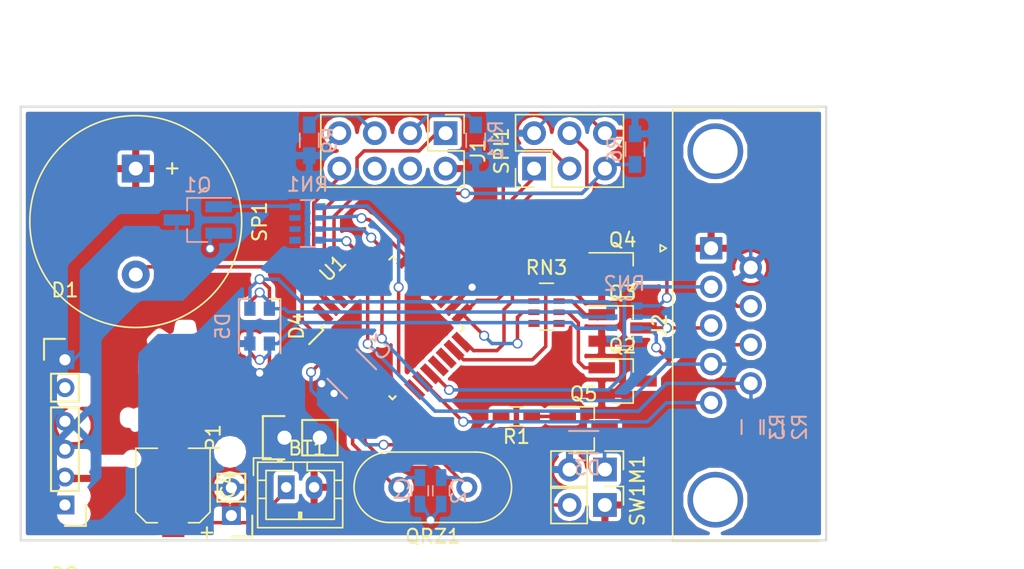
<source format=kicad_pcb>
(kicad_pcb (version 4) (host pcbnew 4.0.5+dfsg1-4)
  (layers (0 F.Cu signal) (31 B.Cu signal) (36 B.SilkS user hide) (37 F.SilkS user hide) (38 B.Mask user) (39 F.Mask user) (44 Edge.Cuts user))
  (net 0 "")
  (net 1 "Net-(C1-Pad1)")
  (net 2 GND)
  (net 3 "Net-(C2-Pad2)")
  (net 4 +3V3)
  (net 5 /IR_LED)
  (net 6 /SDA)
  (net 7 /SCL)
  (net 8 /IR_IN)
  (net 9 "Net-(D1-Pad1)")
  (net 10 "Net-(D2-Pad1)")
  (net 11 "Net-(D2-Pad3)")
  (net 12 "Net-(D2-Pad4)")
  (net 13 /RESET)
  (net 14 /BZR)
  (net 15 /TRG)
  (net 16 /VBR)
  (net 17 /MOSI)
  (net 18 /MISO)
  (net 19 /SCK)
  (net 20 "Net-(J1-Pad3)")
  (net 21 "Net-(J1-Pad5)")
  (net 22 "Net-(J1-Pad6)")
  (net 23 /E>A)
  (net 24 "Net-(J1-Pad4)")
  (net 25 /A>E)
  (net 26 /R_MZL)
  (net 27 /G_MZL)
  (net 28 /B_MZL)
  (net 29 "Net-(U1-Pad13)")
  (net 30 "Net-(U1-Pad14)")
  (net 31 "Net-(U1-Pad19)")
  (net 32 "Net-(U1-Pad22)")
  (net 33 "Net-(U1-Pad23)")
  (net 34 "Net-(U1-Pad32)")
  (net 35 "Net-(U1-Pad20)")
  (net 36 "Net-(D4-Pad1)")
  (net 37 "Net-(D4-Pad3)")
  (net 38 "Net-(D4-Pad2)")
  (net 39 "Net-(Q1-Pad1)")
  (net 40 "Net-(Q2-Pad1)")
  (net 41 /B_PWR)
  (net 42 "Net-(Q3-Pad1)")
  (net 43 /G_PWR)
  (net 44 "Net-(Q4-Pad1)")
  (net 45 /R_PWR)
  (net 46 "Net-(RN2-Pad4)")
  (net 47 "Net-(RN2-Pad5)")
  (net 48 "Net-(RN3-Pad4)")
  (net 49 "Net-(RN3-Pad5)")
  (net 50 "Net-(BT1-Pad1)")
  (net 51 "Net-(Q5-Pad1)")
  (net 52 /V_VBR)
  (net 53 "Net-(D3-Pad2)")
  (module Connectors_JST:JST_PH_B2B-PH-K_02x2.00mm_Straight (layer F.Cu) (at 132.715 104.775)
    (fp_text reference BT1 (at 1.5 -2.8) (layer F.SilkS))
    (fp_text value Battery)
    (pad 1 thru_hole rect (at 0 0) (size 1.2 1.7) (drill 0.75) (layers *.Cu *.Mask) (net 50 "Net-(BT1-Pad1)"))
    (pad 2 thru_hole oval (at 2 0) (size 1.2 1.7) (drill 0.75) (layers *.Cu *.Mask) (net 2 GND))
  )
  (module Housings_QFP:TQFP-32_7x7mm_Pitch0.8mm (layer F.Cu) (at 140.335 93.345 45)
    (fp_text reference U1 (at 0 -6.05 45) (layer F.SilkS))
    (fp_text value ATMEGA168PA-AU)
    (pad 1 smd rect (at -4.25 -2.8 45) (size 1.6 0.55) (layers F.Cu F.Mask) (net 14 /BZR))
    (pad 2 smd rect (at -4.25 -2 45) (size 1.6 0.55) (layers F.Cu F.Mask) (net 15 /TRG))
    (pad 3 smd rect (at -4.25 -1.2 45) (size 1.6 0.55) (layers F.Cu F.Mask) (net 2 GND))
    (pad 4 smd rect (at -4.25 -0.4 45) (size 1.6 0.55) (layers F.Cu F.Mask) (net 4 +3V3))
    (pad 5 smd rect (at -4.25 0.4 45) (size 1.6 0.55) (layers F.Cu F.Mask) (net 2 GND))
    (pad 6 smd rect (at -4.25 1.2 45) (size 1.6 0.55) (layers F.Cu F.Mask) (net 4 +3V3))
    (pad 7 smd rect (at -4.25 2 45) (size 1.6 0.55) (layers F.Cu F.Mask) (net 1 "Net-(C1-Pad1)"))
    (pad 8 smd rect (at -4.25 2.8 45) (size 1.6 0.55) (layers F.Cu F.Mask) (net 3 "Net-(C2-Pad2)"))
    (pad 9 smd rect (at -2.8 4.25 135) (size 1.6 0.55) (layers F.Cu F.Mask) (net 16 /VBR))
    (pad 10 smd rect (at -2 4.25 135) (size 1.6 0.55) (layers F.Cu F.Mask) (net 5 /IR_LED))
    (pad 11 smd rect (at -1.2 4.25 135) (size 1.6 0.55) (layers F.Cu F.Mask) (net 52 /V_VBR))
    (pad 12 smd rect (at -0.4 4.25 135) (size 1.6 0.55) (layers F.Cu F.Mask) (net 8 /IR_IN))
    (pad 13 smd rect (at 0.4 4.25 135) (size 1.6 0.55) (layers F.Cu F.Mask) (net 29 "Net-(U1-Pad13)"))
    (pad 14 smd rect (at 1.2 4.25 135) (size 1.6 0.55) (layers F.Cu F.Mask) (net 30 "Net-(U1-Pad14)"))
    (pad 15 smd rect (at 2 4.25 135) (size 1.6 0.55) (layers F.Cu F.Mask) (net 17 /MOSI))
    (pad 16 smd rect (at 2.8 4.25 135) (size 1.6 0.55) (layers F.Cu F.Mask) (net 18 /MISO))
    (pad 17 smd rect (at 4.25 2.8 45) (size 1.6 0.55) (layers F.Cu F.Mask) (net 19 /SCK))
    (pad 18 smd rect (at 4.25 2 45) (size 1.6 0.55) (layers F.Cu F.Mask) (net 4 +3V3))
    (pad 19 smd rect (at 4.25 1.2 45) (size 1.6 0.55) (layers F.Cu F.Mask) (net 31 "Net-(U1-Pad19)"))
    (pad 20 smd rect (at 4.25 0.4 45) (size 1.6 0.55) (layers F.Cu F.Mask) (net 35 "Net-(U1-Pad20)"))
    (pad 21 smd rect (at 4.25 -0.4 45) (size 1.6 0.55) (layers F.Cu F.Mask) (net 2 GND))
    (pad 22 smd rect (at 4.25 -1.2 45) (size 1.6 0.55) (layers F.Cu F.Mask) (net 32 "Net-(U1-Pad22)"))
    (pad 23 smd rect (at 4.25 -2 45) (size 1.6 0.55) (layers F.Cu F.Mask) (net 33 "Net-(U1-Pad23)"))
    (pad 24 smd rect (at 4.25 -2.8 45) (size 1.6 0.55) (layers F.Cu F.Mask) (net 26 /R_MZL))
    (pad 25 smd rect (at 2.8 -4.25 135) (size 1.6 0.55) (layers F.Cu F.Mask) (net 27 /G_MZL))
    (pad 26 smd rect (at 2 -4.25 135) (size 1.6 0.55) (layers F.Cu F.Mask) (net 28 /B_MZL))
    (pad 27 smd rect (at 1.2 -4.25 135) (size 1.6 0.55) (layers F.Cu F.Mask) (net 6 /SDA))
    (pad 28 smd rect (at 0.4 -4.25 135) (size 1.6 0.55) (layers F.Cu F.Mask) (net 7 /SCL))
    (pad 29 smd rect (at -0.4 -4.25 135) (size 1.6 0.55) (layers F.Cu F.Mask) (net 13 /RESET))
    (pad 30 smd rect (at -1.2 -4.25 135) (size 1.6 0.55) (layers F.Cu F.Mask) (net 23 /E>A))
    (pad 31 smd rect (at -2 -4.25 135) (size 1.6 0.55) (layers F.Cu F.Mask) (net 25 /A>E))
    (pad 32 smd rect (at -2.8 -4.25 135) (size 1.6 0.55) (layers F.Cu F.Mask) (net 34 "Net-(U1-Pad32)"))
  )
  (module Capacitors_SMD:C_0603_HandSoldering (layer B.Cu) (at 142.3035 105.029 270)
    (fp_text reference C1 (at 0 1.25 270) (layer B.SilkS) (effects (justify mirror)))
    (fp_text value 22pF)
    (pad 1 smd rect (at -0.95 0 270) (size 1.2 0.75) (layers B.Cu B.Mask) (net 1 "Net-(C1-Pad1)"))
    (pad 2 smd rect (at 0.95 0 270) (size 1.2 0.75) (layers B.Cu B.Mask) (net 2 GND))
  )
  (module Capacitors_SMD:C_0603_HandSoldering (layer B.Cu) (at 143.8275 105.029 90)
    (fp_text reference C2 (at 0 1.25 90) (layer B.SilkS) (effects (justify mirror)))
    (fp_text value 22pF)
    (pad 1 smd rect (at -0.95 0 90) (size 1.2 0.75) (layers B.Cu B.Mask) (net 2 GND))
    (pad 2 smd rect (at 0.95 0 90) (size 1.2 0.75) (layers B.Cu B.Mask) (net 3 "Net-(C2-Pad2)"))
  )
  (module LEDs:LED_Cree-PLCC4_3.2x2.8mm_CCW (layer F.Cu) (at 130.81 93.218 270)
    (fp_text reference D4 (at 0 -2.65 270) (layer F.SilkS))
    (fp_text value LED_RGBA)
    (pad 1 smd rect (at -1.25 -0.7 270) (size 1 0.8) (layers F.Cu F.Mask) (net 36 "Net-(D4-Pad1)"))
    (pad 4 smd rect (at 1.25 -0.7 270) (size 1 0.8) (layers F.Cu F.Mask) (net 4 +3V3))
    (pad 3 smd rect (at 1.25 0.7 270) (size 1 0.8) (layers F.Cu F.Mask) (net 37 "Net-(D4-Pad3)"))
    (pad 2 smd rect (at -1.25 0.7 270) (size 1 0.8) (layers F.Cu F.Mask) (net 38 "Net-(D4-Pad2)"))
  )
  (module LEDs:LED_Cree-PLCC4_3.2x2.8mm_CCW (layer B.Cu) (at 130.81 93.218 270)
    (fp_text reference D5 (at 0 2.65 270) (layer B.SilkS) (effects (justify mirror)))
    (fp_text value LED_RGBA)
    (pad 1 smd rect (at -1.25 0.7 270) (size 1 0.8) (layers B.Cu B.Mask) (net 36 "Net-(D4-Pad1)"))
    (pad 4 smd rect (at 1.25 0.7 270) (size 1 0.8) (layers B.Cu B.Mask) (net 4 +3V3))
    (pad 3 smd rect (at 1.25 -0.7 270) (size 1 0.8) (layers B.Cu B.Mask) (net 37 "Net-(D4-Pad3)"))
    (pad 2 smd rect (at -1.25 -0.7 270) (size 1 0.8) (layers B.Cu B.Mask) (net 38 "Net-(D4-Pad2)"))
  )
  (module Pin_Headers:Pin_Header_Straight_2x04_Pitch2.54mm (layer F.Cu) (at 144.145 79.375 270)
    (fp_text reference J1 (at 1.27 -2.33 270) (layer F.SilkS))
    (fp_text value CONN_02X04)
    (pad 1 thru_hole rect (at 0 0 270) (size 1.7 1.7) (drill 1) (layers *.Cu *.Mask) (net 23 /E>A))
    (pad 2 thru_hole oval (at 2.54 0 270) (size 1.7 1.7) (drill 1) (layers *.Cu *.Mask) (net 2 GND))
    (pad 3 thru_hole oval (at 0 2.54 270) (size 1.7 1.7) (drill 1) (layers *.Cu *.Mask) (net 20 "Net-(J1-Pad3)"))
    (pad 4 thru_hole oval (at 2.54 2.54 270) (size 1.7 1.7) (drill 1) (layers *.Cu *.Mask) (net 24 "Net-(J1-Pad4)"))
    (pad 5 thru_hole oval (at 0 5.08 270) (size 1.7 1.7) (drill 1) (layers *.Cu *.Mask) (net 21 "Net-(J1-Pad5)"))
    (pad 6 thru_hole oval (at 2.54 5.08 270) (size 1.7 1.7) (drill 1) (layers *.Cu *.Mask) (net 22 "Net-(J1-Pad6)"))
    (pad 7 thru_hole oval (at 0 7.62 270) (size 1.7 1.7) (drill 1) (layers *.Cu *.Mask) (net 4 +3V3))
    (pad 8 thru_hole oval (at 2.54 7.62 270) (size 1.7 1.7) (drill 1) (layers *.Cu *.Mask) (net 25 /A>E))
  )
  (module Connectors_DSub:DSUB-9_Female_Horizontal_Pitch2.77x2.84mm_EdgePinOffset4.94mm_Housed_MountingHolesOffset7.48mm (layer F.Cu) (at 163.195 87.63 90)
    (fp_text reference J2 (at -5.54 -3.7 90) (layer F.SilkS))
    (fp_text value DB9_Female)
    (pad 1 thru_hole rect (at 0 0 90) (size 1.6 1.6) (drill 1) (layers *.Cu *.Mask) (net 2 GND))
    (pad 2 thru_hole circle (at -2.77 0 90) (size 1.6 1.6) (drill 1) (layers *.Cu *.Mask) (net 8 /IR_IN))
    (pad 3 thru_hole circle (at -5.54 0 90) (size 1.6 1.6) (drill 1) (layers *.Cu *.Mask) (net 43 /G_PWR))
    (pad 4 thru_hole circle (at -8.31 0 90) (size 1.6 1.6) (drill 1) (layers *.Cu *.Mask) (net 6 /SDA))
    (pad 5 thru_hole circle (at -11.08 0 90) (size 1.6 1.6) (drill 1) (layers *.Cu *.Mask) (net 52 /V_VBR))
    (pad 6 thru_hole circle (at -1.385 2.84 90) (size 1.6 1.6) (drill 1) (layers *.Cu *.Mask) (net 4 +3V3))
    (pad 7 thru_hole circle (at -4.155 2.84 90) (size 1.6 1.6) (drill 1) (layers *.Cu *.Mask) (net 45 /R_PWR))
    (pad 8 thru_hole circle (at -6.925 2.84 90) (size 1.6 1.6) (drill 1) (layers *.Cu *.Mask) (net 41 /B_PWR))
    (pad 9 thru_hole circle (at -9.695 2.84 90) (size 1.6 1.6) (drill 1) (layers *.Cu *.Mask) (net 7 /SCL))
    (pad 0 thru_hole circle (at -18.04 0.3 90) (size 4 4) (drill 3.2) (layers *.Cu *.Mask))
    (pad 0 thru_hole circle (at 6.96 0.3 90) (size 4 4) (drill 3.2) (layers *.Cu *.Mask))
  )
  (module TO_SOT_Packages_SMD:SOT-23_Handsoldering (layer B.Cu) (at 126.365 85.598 180)
    (fp_text reference Q1 (at 0 2.5 180) (layer B.SilkS) (effects (justify mirror)))
    (fp_text value "2N 2222A")
    (pad 1 smd rect (at -1.5 0.95 180) (size 1.9 0.8) (layers B.Cu B.Mask) (net 39 "Net-(Q1-Pad1)"))
    (pad 2 smd rect (at -1.5 -0.95 180) (size 1.9 0.8) (layers B.Cu B.Mask) (net 2 GND))
    (pad 3 smd rect (at 1.5 0 180) (size 1.9 0.8) (layers B.Cu B.Mask) (net 9 "Net-(D1-Pad1)"))
  )
  (module TO_SOT_Packages_SMD:SOT-23_Handsoldering (layer F.Cu) (at 156.845 97.155)
    (fp_text reference Q2 (at 0 -2.5) (layer F.SilkS))
    (fp_text value "2N 2222A")
    (pad 1 smd rect (at -1.5 -0.95) (size 1.9 0.8) (layers F.Cu F.Mask) (net 40 "Net-(Q2-Pad1)"))
    (pad 2 smd rect (at -1.5 0.95) (size 1.9 0.8) (layers F.Cu F.Mask) (net 2 GND))
    (pad 3 smd rect (at 1.5 0) (size 1.9 0.8) (layers F.Cu F.Mask) (net 41 /B_PWR))
  )
  (module TO_SOT_Packages_SMD:SOT-23_Handsoldering (layer F.Cu) (at 156.845 93.345)
    (fp_text reference Q3 (at 0 -2.5) (layer F.SilkS))
    (fp_text value "2N 2222A")
    (pad 1 smd rect (at -1.5 -0.95) (size 1.9 0.8) (layers F.Cu F.Mask) (net 42 "Net-(Q3-Pad1)"))
    (pad 2 smd rect (at -1.5 0.95) (size 1.9 0.8) (layers F.Cu F.Mask) (net 2 GND))
    (pad 3 smd rect (at 1.5 0) (size 1.9 0.8) (layers F.Cu F.Mask) (net 43 /G_PWR))
  )
  (module TO_SOT_Packages_SMD:SOT-23_Handsoldering (layer F.Cu) (at 156.845 89.535)
    (fp_text reference Q4 (at 0 -2.5) (layer F.SilkS))
    (fp_text value "2N 2222A")
    (pad 1 smd rect (at -1.5 -0.95) (size 1.9 0.8) (layers F.Cu F.Mask) (net 44 "Net-(Q4-Pad1)"))
    (pad 2 smd rect (at -1.5 0.95) (size 1.9 0.8) (layers F.Cu F.Mask) (net 2 GND))
    (pad 3 smd rect (at 1.5 0) (size 1.9 0.8) (layers F.Cu F.Mask) (net 45 /R_PWR))
  )
  (module Crystals:Crystal_HC49-U_Vertical (layer F.Cu) (at 145.669 104.775 180)
    (fp_text reference QRZ1 (at 2.44 -3.525 180) (layer F.SilkS))
    (fp_text value 4MHz)
    (pad 1 thru_hole circle (at 0 0 180) (size 1.5 1.5) (drill 0.8) (layers *.Cu *.Mask) (net 3 "Net-(C2-Pad2)"))
    (pad 2 thru_hole circle (at 4.88 0 180) (size 1.5 1.5) (drill 0.8) (layers *.Cu *.Mask) (net 1 "Net-(C1-Pad1)"))
  )
  (module Resistors_SMD:R_0603_HandSoldering (layer B.Cu) (at 157.734 80.518 270)
    (fp_text reference R6 (at 0 1.45 270) (layer B.SilkS) (effects (justify mirror)))
    (fp_text value RST)
    (pad 1 smd rect (at -1.1 0 270) (size 1.2 0.9) (layers B.Cu B.Mask) (net 4 +3V3))
    (pad 2 smd rect (at 1.1 0 270) (size 1.2 0.9) (layers B.Cu B.Mask) (net 13 /RESET))
  )
  (module Resistors_SMD:R_0603_HandSoldering (layer B.Cu) (at 134.366 79.883 90)
    (fp_text reference R9 (at 0 1.45 90) (layer B.SilkS) (effects (justify mirror)))
    (fp_text value RST)
    (pad 1 smd rect (at -1.1 0 90) (size 1.2 0.9) (layers B.Cu B.Mask) (net 4 +3V3))
    (pad 2 smd rect (at 1.1 0 90) (size 1.2 0.9) (layers B.Cu B.Mask) (net 21 "Net-(J1-Pad5)"))
  )
  (module Resistors_SMD:R_0603_HandSoldering (layer B.Cu) (at 146.304 79.883 90)
    (fp_text reference R11 (at 0 1.45 90) (layer B.SilkS) (effects (justify mirror)))
    (fp_text value RST)
    (pad 1 smd rect (at -1.1 0 90) (size 1.2 0.9) (layers B.Cu B.Mask) (net 4 +3V3))
    (pad 2 smd rect (at 1.1 0 90) (size 1.2 0.9) (layers B.Cu B.Mask) (net 20 "Net-(J1-Pad3)"))
  )
  (module Pin_Headers:Pin_Header_Straight_2x03_Pitch2.54mm (layer F.Cu) (at 150.495 81.915 90)
    (fp_text reference SPI1 (at 1.27 -2.33 90) (layer F.SilkS))
    (fp_text value CONN_02X03)
    (pad 1 thru_hole rect (at 0 0 90) (size 1.7 1.7) (drill 1) (layers *.Cu *.Mask) (net 18 /MISO))
    (pad 2 thru_hole oval (at 2.54 0 90) (size 1.7 1.7) (drill 1) (layers *.Cu *.Mask) (net 4 +3V3))
    (pad 3 thru_hole oval (at 0 2.54 90) (size 1.7 1.7) (drill 1) (layers *.Cu *.Mask) (net 19 /SCK))
    (pad 4 thru_hole oval (at 2.54 2.54 90) (size 1.7 1.7) (drill 1) (layers *.Cu *.Mask) (net 17 /MOSI))
    (pad 5 thru_hole oval (at 0 5.08 90) (size 1.7 1.7) (drill 1) (layers *.Cu *.Mask) (net 13 /RESET))
    (pad 6 thru_hole oval (at 2.54 5.08 90) (size 1.7 1.7) (drill 1) (layers *.Cu *.Mask) (net 2 GND))
  )
  (module Buzzers_Beepers:Buzzer_15x7.5RM7.6 (layer F.Cu) (at 121.92 81.915 270)
    (fp_text reference SP1 (at 3.81 -8.89 270) (layer F.SilkS))
    (fp_text value SPEAKER)
    (fp_text user + (at -0.01 -2.54 270) (layer F.SilkS))
    (pad 1 thru_hole rect (at 0 0 270) (size 2 2) (drill 1) (layers *.Cu *.Mask) (net 2 GND))
    (pad 2 thru_hole circle (at 7.6 0 270) (size 2 2) (drill 1) (layers *.Cu *.Mask) (net 14 /BZR))
  )
  (module Capacitors_SMD:CP_Elec_5x5.3 (layer F.Cu) (at 124.6124 104.648 90)
    (fp_text reference C4 (at 0 3.92 90) (layer F.SilkS))
    (fp_text value 22uF)
    (fp_text user + (at -3.38 2.34 90) (layer F.SilkS))
    (pad 1 smd rect (at -2.2 0 270) (size 3 1.6) (layers F.Cu F.Mask) (net 50 "Net-(BT1-Pad1)"))
    (pad 2 smd rect (at 2.2 0 270) (size 3 1.6) (layers F.Cu F.Mask) (net 2 GND))
  )
  (module TO_SOT_Packages_SMD:SOT-23_Handsoldering (layer F.Cu) (at 154.051 100.584)
    (fp_text reference Q5 (at 0 -2.5) (layer F.SilkS))
    (fp_text value "2N 2222A")
    (pad 1 smd rect (at -1.5 -0.95) (size 1.9 0.8) (layers F.Cu F.Mask) (net 51 "Net-(Q5-Pad1)"))
    (pad 2 smd rect (at -1.5 0.95) (size 1.9 0.8) (layers F.Cu F.Mask) (net 2 GND))
    (pad 3 smd rect (at 1.5 0) (size 1.9 0.8) (layers F.Cu F.Mask) (net 53 "Net-(D3-Pad2)"))
  )
  (module Resistors_SMD:R_0603_HandSoldering (layer F.Cu) (at 149.225 99.695 180)
    (fp_text reference R1 (at 0 -1.45 180) (layer F.SilkS))
    (fp_text value 1kΩ)
    (pad 1 smd rect (at -1.1 0 180) (size 1.2 0.9) (layers F.Cu F.Mask) (net 51 "Net-(Q5-Pad1)"))
    (pad 2 smd rect (at 1.1 0 180) (size 1.2 0.9) (layers F.Cu F.Mask) (net 16 /VBR))
  )
  (module Pin_Headers:Pin_Header_Straight_1x02_Pitch2.54mm (layer F.Cu) (at 155.575 106.045 270)
    (fp_text reference SW1 (at 0 -2.33 270) (layer F.SilkS))
    (fp_text value SW_PUSH)
    (pad 1 thru_hole rect (at 0 0 270) (size 1.7 1.7) (drill 1) (layers *.Cu *.Mask) (net 2 GND))
    (pad 2 thru_hole oval (at 0 2.54 270) (size 1.7 1.7) (drill 1) (layers *.Cu *.Mask) (net 15 /TRG))
  )
  (module Pin_Headers:Pin_Header_Straight_1x02_Pitch2.54mm (layer F.Cu) (at 155.575 103.505 270)
    (fp_text reference M1 (at 0 -2.33 270) (layer F.SilkS))
    (fp_text value Vibr_Motor)
    (pad 1 thru_hole rect (at 0 0 270) (size 1.7 1.7) (drill 1) (layers *.Cu *.Mask) (net 53 "Net-(D3-Pad2)"))
    (pad 2 thru_hole oval (at 0 2.54 270) (size 1.7 1.7) (drill 1) (layers *.Cu *.Mask) (net 4 +3V3))
  )
  (module Resistors_SMD:R_Array_Convex_4x0603 (layer B.Cu) (at 134.239 85.852 180)
    (fp_text reference RN1 (at 0 2.8 180) (layer B.SilkS) (effects (justify mirror)))
    (fp_text value 220Ω)
    (pad 1 smd rect (at -0.9 1.2 180) (size 0.8 0.5) (layers B.Cu B.Mask) (net 5 /IR_LED))
    (pad 3 smd rect (at -0.9 -0.4 180) (size 0.8 0.4) (layers B.Cu B.Mask) (net 27 /G_MZL))
    (pad 2 smd rect (at -0.9 0.4 180) (size 0.8 0.4) (layers B.Cu B.Mask) (net 26 /R_MZL))
    (pad 4 smd rect (at -0.9 -1.2 180) (size 0.8 0.5) (layers B.Cu B.Mask) (net 28 /B_MZL))
    (pad 7 smd rect (at 0.9 0.4 180) (size 0.8 0.4) (layers B.Cu B.Mask) (net 11 "Net-(D2-Pad3)"))
    (pad 8 smd rect (at 0.9 1.2 180) (size 0.8 0.5) (layers B.Cu B.Mask) (net 39 "Net-(Q1-Pad1)"))
    (pad 6 smd rect (at 0.9 -0.4 180) (size 0.8 0.4) (layers B.Cu B.Mask) (net 12 "Net-(D2-Pad4)"))
    (pad 5 smd rect (at 0.9 -1.2 180) (size 0.8 0.5) (layers B.Cu B.Mask) (net 10 "Net-(D2-Pad1)"))
  )
  (module Resistors_SMD:R_Array_Convex_4x0603 (layer B.Cu) (at 156.972 92.964 180)
    (fp_text reference RN2 (at 0 2.8 180) (layer B.SilkS) (effects (justify mirror)))
    (fp_text value 220Ω)
    (pad 1 smd rect (at -0.9 1.2 180) (size 0.8 0.5) (layers B.Cu B.Mask) (net 45 /R_PWR))
    (pad 3 smd rect (at -0.9 -0.4 180) (size 0.8 0.4) (layers B.Cu B.Mask) (net 41 /B_PWR))
    (pad 2 smd rect (at -0.9 0.4 180) (size 0.8 0.4) (layers B.Cu B.Mask) (net 43 /G_PWR))
    (pad 4 smd rect (at -0.9 -1.2 180) (size 0.8 0.5) (layers B.Cu B.Mask) (net 46 "Net-(RN2-Pad4)"))
    (pad 7 smd rect (at 0.9 0.4 180) (size 0.8 0.4) (layers B.Cu B.Mask) (net 38 "Net-(D4-Pad2)"))
    (pad 8 smd rect (at 0.9 1.2 180) (size 0.8 0.5) (layers B.Cu B.Mask) (net 36 "Net-(D4-Pad1)"))
    (pad 6 smd rect (at 0.9 -0.4 180) (size 0.8 0.4) (layers B.Cu B.Mask) (net 37 "Net-(D4-Pad3)"))
    (pad 5 smd rect (at 0.9 -1.2 180) (size 0.8 0.5) (layers B.Cu B.Mask) (net 47 "Net-(RN2-Pad5)"))
  )
  (module Resistors_SMD:R_Array_Convex_4x0603 (layer F.Cu) (at 151.384 91.821)
    (fp_text reference RN3 (at 0 -2.8) (layer F.SilkS))
    (fp_text value 1kΩ)
    (pad 1 smd rect (at -0.9 -1.2) (size 0.8 0.5) (layers F.Cu F.Mask) (net 17 /MOSI))
    (pad 3 smd rect (at -0.9 0.4) (size 0.8 0.4) (layers F.Cu F.Mask) (net 19 /SCK))
    (pad 2 smd rect (at -0.9 -0.4) (size 0.8 0.4) (layers F.Cu F.Mask) (net 18 /MISO))
    (pad 4 smd rect (at -0.9 1.2) (size 0.8 0.5) (layers F.Cu F.Mask) (net 48 "Net-(RN3-Pad4)"))
    (pad 7 smd rect (at 0.9 -0.4) (size 0.8 0.4) (layers F.Cu F.Mask) (net 42 "Net-(Q3-Pad1)"))
    (pad 8 smd rect (at 0.9 -1.2) (size 0.8 0.5) (layers F.Cu F.Mask) (net 44 "Net-(Q4-Pad1)"))
    (pad 6 smd rect (at 0.9 0.4) (size 0.8 0.4) (layers F.Cu F.Mask) (net 40 "Net-(Q2-Pad1)"))
    (pad 5 smd rect (at 0.9 1.2) (size 0.8 0.5) (layers F.Cu F.Mask) (net 49 "Net-(RN3-Pad5)"))
  )
  (module Pin_Headers:Pin_Header_Straight_1x02_Pitch2.00mm (layer F.Cu) (at 116.84 95.631)
    (fp_text reference D1 (at 0 -5) (layer F.SilkS))
    (fp_text value LED)
    (pad 1 thru_hole rect (at 0 0) (size 1.35 1.35) (drill 0.8) (layers *.Cu *.Mask) (net 9 "Net-(D1-Pad1)"))
    (pad 2 thru_hole circle (at 0 2) (size 1.35 1.35) (drill 0.8) (layers *.Cu *.Mask) (net 4 +3V3))
  )
  (module Pin_Headers:Pin_Header_Straight_1x04_Pitch2.00mm (layer F.Cu) (at 116.84 106.045 180)
    (fp_text reference D2 (at 0 -5 180) (layer F.SilkS))
    (fp_text value LED_RCBG)
    (pad 1 thru_hole rect (at 0 0 180) (size 1.35 1.35) (drill 0.8) (layers *.Cu *.Mask) (net 10 "Net-(D2-Pad1)"))
    (pad 2 thru_hole circle (at 0 2 180) (size 1.35 1.35) (drill 0.8) (layers *.Cu *.Mask) (net 2 GND))
    (pad 3 thru_hole circle (at 0 4 180) (size 1.35 1.35) (drill 0.8) (layers *.Cu *.Mask) (net 11 "Net-(D2-Pad3)"))
    (pad 4 thru_hole circle (at 0 6 180) (size 1.35 1.35) (drill 0.8) (layers *.Cu *.Mask) (net 12 "Net-(D2-Pad4)"))
  )
  (module Diodes_SMD:SOD-323_HandSoldering (layer B.Cu) (at 154.305 101.5365)
    (fp_text reference D3 (at 0 1.85) (layer B.SilkS) (effects (justify mirror)))
    (fp_text value Flyback)
    (pad 1 smd rect (at -1.25 0) (size 1 1) (layers B.Cu B.Mask) (net 4 +3V3))
    (pad 2 smd rect (at 1.25 0) (size 1 1) (layers B.Cu B.Mask) (net 53 "Net-(D3-Pad2)"))
  )
  (module Pin_Headers:Pin_Header_Straight_1x02 (layer F.Cu) (at 132.588 101.219 90)
    (fp_text reference P1 (at 0 -5.1 90) (layer F.SilkS))
    (fp_text value BAT_CHG)
    (pad 1 thru_hole rect (at 0 0 90) (size 2.032 2.032) (drill 1.016) (layers *.Cu *.Mask) (net 50 "Net-(BT1-Pad1)"))
    (pad 2 thru_hole oval (at 0 2.54 90) (size 2.032 2.032) (drill 1.016) (layers *.Cu *.Mask) (net 2 GND))
  )
  (module Pin_Headers:Pin_Header_Straight_1x02_Pitch2.00mm (layer F.Cu) (at 128.778 106.807 180)
    (fp_text reference SW2 (at 0 -5 180) (layer F.SilkS))
    (fp_text value SPST)
    (pad 1 thru_hole rect (at 0 0 180) (size 1.35 1.35) (drill 0.8) (layers *.Cu *.Mask) (net 50 "Net-(BT1-Pad1)"))
    (pad 2 thru_hole circle (at 0 2 180) (size 1.35 1.35) (drill 0.8) (layers *.Cu *.Mask) (net 4 +3V3))
  )
  (module Resistors_SMD:R_0603_HandSoldering (layer B.Cu) (at 167.64 100.457 90)
    (fp_text reference R2 (at 0 1.9 90) (layer B.SilkS) (effects (justify mirror)))
    (fp_text value I2C)
    (pad 1 smd rect (at -1.1 0 90) (size 1.2 0.9) (layers B.Cu B.Mask) (net 4 +3V3))
    (pad 2 smd rect (at 1.1 0 90) (size 1.2 0.9) (layers B.Cu B.Mask) (net 6 /SDA))
  )
  (module Resistors_SMD:R_0603_HandSoldering (layer B.Cu) (at 166.0525 100.457 90)
    (fp_text reference R3 (at 0 1.9 90) (layer B.SilkS) (effects (justify mirror)))
    (fp_text value I2C)
    (pad 1 smd rect (at -1.1 0 90) (size 1.2 0.9) (layers B.Cu B.Mask) (net 4 +3V3))
    (pad 2 smd rect (at 1.1 0 90) (size 1.2 0.9) (layers B.Cu B.Mask) (net 7 /SCL))
  )
  (module Resistors_SMD:R_1210 (layer B.Cu) (at 137.414 96.647 135)
    (fp_text reference C3 (at 0 2.7 135) (layer B.SilkS) (effects (justify mirror)))
    (fp_text value 100nF)
    (pad 1 smd rect (at -1.45 0 135) (size 0.9 2.5) (layers B.Cu B.Mask) (net 4 +3V3))
    (pad 2 smd rect (at 1.45 0 135) (size 0.9 2.5) (layers B.Cu B.Mask) (net 2 GND))
  )
  (gr_line (start 113.665 77.47) (end 171.45 77.47) (angle 90) (layer Edge.Cuts) (width 0.15))
  (gr_line (start 113.665 108.585) (end 113.665 77.47) (angle 90) (layer Edge.Cuts) (width 0.15))
  (gr_line (start 171.45 108.585) (end 113.665 108.585) (angle 90) (layer Edge.Cuts) (width 0.15))
  (gr_line (start 171.45 77.47) (end 171.45 108.585) (angle 90) (layer Edge.Cuts) (width 0.15))
  (segment (start 140.789 104.775) (end 140.589 104.775) (width 0.25) (layer F.Cu) (net 1))
  (segment (start 140.589 104.775) (end 137.4775 101.6635) (width 0.25) (layer F.Cu) (net 1))
  (segment (start 137.4775 99.030927) (end 138.74401 97.764417) (width 0.25) (layer F.Cu) (net 1))
  (segment (start 137.4775 101.6635) (end 137.4775 99.030927) (width 0.25) (layer F.Cu) (net 1))
  (segment (start 140.789 104.775) (end 140.789 104.702) (width 0.25) (layer B.Cu) (net 1))
  (segment (start 140.789 104.702) (end 141.412 104.079) (width 0.25) (layer B.Cu) (net 1))
  (segment (start 141.412 104.079) (end 142.494 104.079) (width 0.25) (layer B.Cu) (net 1))
  (segment (start 136.388695 95.621695) (end 136.388695 95.640305) (width 0.25) (layer B.Cu) (net 2))
  (segment (start 136.388695 95.640305) (end 135.255 96.774) (width 0.25) (layer B.Cu) (net 2))
  (segment (start 135.255 96.774) (end 135.255 97.3455) (width 0.25) (layer B.Cu) (net 2))
  (via (at 135.255 97.3455) (size 0.72) (drill 0.52) (layers F.Cu B.Cu) (net 2))
  (segment (start 155.575 79.375) (end 154.178 77.978) (width 0.25) (layer F.Cu) (net 2))
  (segment (start 146.431 86.683314) (end 143.057361 90.056953) (width 0.25) (layer F.Cu) (net 2))
  (segment (start 146.431 81.534) (end 146.431 86.683314) (width 0.25) (layer F.Cu) (net 2))
  (segment (start 149.987 77.978) (end 146.431 81.534) (width 0.25) (layer F.Cu) (net 2))
  (segment (start 154.178 77.978) (end 149.987 77.978) (width 0.25) (layer F.Cu) (net 2))
  (segment (start 127.23 86.548) (end 127.2554 87.654) (width 0.25) (layer B.Cu) (net 2))
  (via (at 127.254 87.6554) (size 0.72) (drill 0.52) (layers F.Cu B.Cu) (net 2))
  (segment (start 127.2554 87.654) (end 127.254 87.6554) (width 0.25) (layer B.Cu) (net 2))
  (segment (start 155.345 94.295) (end 156.53 94.295) (width 0.25) (layer F.Cu) (net 2))
  (segment (start 156.525 90.485) (end 155.345 90.485) (width 0.25) (layer F.Cu) (net 2))
  (segment (start 156.972 90.932) (end 156.525 90.485) (width 0.25) (layer F.Cu) (net 2))
  (segment (start 156.972 93.853) (end 156.972 90.932) (width 0.25) (layer F.Cu) (net 2))
  (segment (start 156.53 94.295) (end 156.972 93.853) (width 0.25) (layer F.Cu) (net 2))
  (segment (start 155.345 98.105) (end 156.022 98.105) (width 0.25) (layer F.Cu) (net 2))
  (segment (start 156.022 98.105) (end 156.972 97.155) (width 0.25) (layer F.Cu) (net 2))
  (segment (start 156.972 97.155) (end 156.972 94.742) (width 0.25) (layer F.Cu) (net 2))
  (segment (start 156.972 94.742) (end 156.525 94.295) (width 0.25) (layer F.Cu) (net 2))
  (segment (start 156.525 94.295) (end 155.345 94.295) (width 0.25) (layer F.Cu) (net 2))
  (via (at 143.0655 107.1245) (size 0.72) (drill 0.52) (layers F.Cu B.Cu) (net 2))
  (segment (start 143.0655 107.1245) (end 143.0655 107.1905) (width 0.25) (layer F.Cu) (net 2))
  (segment (start 142.494 105.979) (end 143.0655 107.1245) (width 0.25) (layer B.Cu) (net 2))
  (segment (start 143.0655 107.1245) (end 144.018 105.979) (width 0.25) (layer B.Cu) (net 2))
  (segment (start 145.669 104.775) (end 145.669 104.7115) (width 0.25) (layer F.Cu) (net 3))
  (segment (start 145.669 104.7115) (end 143.764 102.8065) (width 0.25) (layer F.Cu) (net 3))
  (segment (start 143.764 102.8065) (end 139.6365 102.8065) (width 0.25) (layer F.Cu) (net 3))
  (segment (start 139.6365 102.8065) (end 138.3665 101.5365) (width 0.25) (layer F.Cu) (net 3))
  (segment (start 138.3665 101.5365) (end 138.3665 99.273298) (width 0.25) (layer F.Cu) (net 3))
  (segment (start 138.3665 99.273298) (end 139.309695 98.330103) (width 0.25) (layer F.Cu) (net 3))
  (segment (start 145.4785 104.775) (end 145.4785 104.648) (width 0.25) (layer F.Cu) (net 3))
  (segment (start 144.018 104.079) (end 144.968 104.079) (width 0.25) (layer B.Cu) (net 3))
  (segment (start 144.968 104.079) (end 145.664 104.775) (width 0.25) (layer B.Cu) (net 3))
  (segment (start 145.4735 104.775) (end 145.4785 104.775) (width 0.25) (layer B.Cu) (net 3))
  (segment (start 153.055 101.5365) (end 153.055 103.485) (width 0.25) (layer B.Cu) (net 4))
  (segment (start 153.055 103.485) (end 153.035 103.505) (width 0.25) (layer B.Cu) (net 4))
  (segment (start 138.178324 97.198732) (end 138.132268 97.198732) (width 0.25) (layer F.Cu) (net 4))
  (segment (start 138.132268 97.198732) (end 137.287 98.044) (width 0.25) (layer F.Cu) (net 4))
  (via (at 136.144 98.044) (size 0.72) (drill 0.52) (layers F.Cu B.Cu) (net 4))
  (segment (start 136.144 96.901) (end 136.144 98.044) (width 0.25) (layer F.Cu) (net 4))
  (segment (start 136.977639 96.067361) (end 136.144 96.901) (width 0.25) (layer F.Cu) (net 4))
  (segment (start 137.287 98.044) (end 136.144 98.044) (width 0.25) (layer F.Cu) (net 4))
  (segment (start 137.046953 96.067361) (end 136.977639 96.067361) (width 0.25) (layer F.Cu) (net 4))
  (segment (start 144.754417 91.75401) (end 144.754417 91.719583) (width 0.25) (layer F.Cu) (net 4))
  (segment (start 144.754417 91.719583) (end 146.05 90.424) (width 0.25) (layer F.Cu) (net 4))
  (via (at 146.05 90.424) (size 0.72) (drill 0.52) (layers F.Cu B.Cu) (net 4))
  (segment (start 157.734 79.418) (end 157.734 78.232) (width 0.25) (layer B.Cu) (net 4))
  (segment (start 157.734 78.232) (end 157.988 77.978) (width 0.25) (layer B.Cu) (net 4))
  (segment (start 150.495 79.375) (end 150.495 79.248) (width 0.25) (layer B.Cu) (net 4))
  (segment (start 150.495 79.248) (end 151.765 77.978) (width 0.25) (layer B.Cu) (net 4))
  (segment (start 151.765 77.978) (end 157.988 77.978) (width 0.25) (layer B.Cu) (net 4))
  (segment (start 157.988 77.978) (end 164.973 77.978) (width 0.25) (layer B.Cu) (net 4))
  (segment (start 164.973 77.978) (end 166.035 79.04) (width 0.25) (layer B.Cu) (net 4))
  (segment (start 166.035 79.04) (end 166.035 89.015) (width 0.25) (layer B.Cu) (net 4))
  (segment (start 134.366 80.983) (end 134.917 80.983) (width 0.25) (layer B.Cu) (net 4))
  (segment (start 134.917 80.983) (end 136.525 79.375) (width 0.25) (layer B.Cu) (net 4))
  (segment (start 131.51 94.468) (end 131.51 95.947) (width 0.25) (layer F.Cu) (net 4))
  (segment (start 130.11 96.074) (end 130.11 94.468) (width 0.25) (layer B.Cu) (net 4))
  (segment (start 130.429 96.393) (end 130.11 96.074) (width 0.25) (layer B.Cu) (net 4))
  (segment (start 130.81 96.5835) (end 130.429 96.393) (width 0.25) (layer B.Cu) (net 4))
  (via (at 130.81 96.5835) (size 0.72) (drill 0.52) (layers F.Cu B.Cu) (net 4))
  (segment (start 131.064 96.5835) (end 130.81 96.5835) (width 0.25) (layer F.Cu) (net 4))
  (segment (start 131.51 95.947) (end 131.064 96.5835) (width 0.25) (layer F.Cu) (net 4))
  (segment (start 130.11 94.468) (end 130.11 94.172) (width 0.25) (layer B.Cu) (net 4))
  (segment (start 131.51 94.172) (end 131.51 94.468) (width 0.25) (layer F.Cu) (net 4))
  (segment (start 141.92599 97.764417) (end 141.833417 97.764417) (width 0.25) (layer F.Cu) (net 5))
  (segment (start 141.833417 97.764417) (end 140.7795 96.7105) (width 0.25) (layer F.Cu) (net 5))
  (segment (start 140.7795 96.7105) (end 140.7795 90.424) (width 0.25) (layer F.Cu) (net 5))
  (via (at 140.7795 90.424) (size 0.72) (drill 0.52) (layers F.Cu B.Cu) (net 5))
  (segment (start 140.7795 90.424) (end 140.7795 86.868) (width 0.25) (layer B.Cu) (net 5))
  (segment (start 140.7795 86.868) (end 138.50933 84.59783) (width 0.25) (layer B.Cu) (net 5))
  (segment (start 138.50933 84.59783) (end 135.128 84.709) (width 0.25) (layer B.Cu) (net 5))
  (segment (start 167.64 99.357) (end 167.64 96.774) (width 0.25) (layer B.Cu) (net 6))
  (segment (start 167.64 96.774) (end 166.806 95.94) (width 0.25) (layer B.Cu) (net 6))
  (segment (start 166.806 95.94) (end 163.195 95.94) (width 0.25) (layer B.Cu) (net 6))
  (segment (start 138.178324 89.491268) (end 138.178324 89.537324) (width 0.25) (layer F.Cu) (net 6))
  (segment (start 138.178324 89.537324) (end 139.5984 90.9574) (width 0.25) (layer F.Cu) (net 6))
  (segment (start 139.5984 90.9574) (end 139.573 94.107) (width 0.25) (layer F.Cu) (net 6))
  (via (at 139.573 94.107) (size 0.72) (drill 0.52) (layers F.Cu B.Cu) (net 6))
  (segment (start 139.573 94.107) (end 143.764 98.552) (width 0.25) (layer B.Cu) (net 6))
  (segment (start 143.764 98.552) (end 157.353 98.552) (width 0.25) (layer B.Cu) (net 6))
  (segment (start 157.353 98.552) (end 159.965 95.94) (width 0.25) (layer B.Cu) (net 6))
  (segment (start 159.965 95.94) (end 163.195 95.94) (width 0.25) (layer B.Cu) (net 6))
  (segment (start 166.0525 99.357) (end 166.0525 97.3425) (width 0.25) (layer B.Cu) (net 7))
  (segment (start 166.0525 97.3425) (end 166.035 97.325) (width 0.25) (layer B.Cu) (net 7))
  (segment (start 137.612639 90.056953) (end 137.681953 90.056953) (width 0.25) (layer F.Cu) (net 7))
  (segment (start 137.681953 90.056953) (end 138.557 90.932) (width 0.25) (layer F.Cu) (net 7))
  (segment (start 138.557 90.932) (end 138.557 94.488) (width 0.25) (layer F.Cu) (net 7))
  (via (at 138.557 94.488) (size 0.72) (drill 0.52) (layers F.Cu B.Cu) (net 7))
  (segment (start 138.557 94.488) (end 143.383 99.314) (width 0.25) (layer B.Cu) (net 7))
  (segment (start 143.383 99.314) (end 157.988 99.314) (width 0.25) (layer B.Cu) (net 7))
  (segment (start 157.988 99.314) (end 159.977 97.325) (width 0.25) (layer B.Cu) (net 7))
  (segment (start 159.977 97.325) (end 166.035 97.325) (width 0.25) (layer B.Cu) (net 7))
  (segment (start 163.195 90.4) (end 157.885 90.4) (width 0.25) (layer B.Cu) (net 8))
  (segment (start 144.399 97.79) (end 143.242047 96.633047) (width 0.25) (layer F.Cu) (net 8))
  (via (at 144.399 97.79) (size 0.72) (drill 0.52) (layers F.Cu B.Cu) (net 8))
  (segment (start 155.829 97.79) (end 144.399 97.79) (width 0.25) (layer B.Cu) (net 8))
  (segment (start 156.972 96.647) (end 155.829 97.79) (width 0.25) (layer B.Cu) (net 8))
  (segment (start 156.972 91.313) (end 156.972 96.647) (width 0.25) (layer B.Cu) (net 8))
  (segment (start 157.885 90.4) (end 156.972 91.313) (width 0.25) (layer B.Cu) (net 8))
  (segment (start 143.242047 96.633047) (end 143.057361 96.633047) (width 0.25) (layer F.Cu) (net 8))
  (segment (start 143.057361 96.633047) (end 143.115047 96.633047) (width 0.25) (layer F.Cu) (net 8))
  (segment (start 124.865 85.598) (end 124.865 89.765) (width 0.25) (layer B.Cu) (net 9))
  (segment (start 124.865 89.765) (end 123.444 91.186) (width 0.25) (layer B.Cu) (net 9))
  (segment (start 123.444 91.186) (end 121.92 91.186) (width 0.25) (layer B.Cu) (net 9))
  (segment (start 121.92 91.186) (end 117.475 95.631) (width 0.25) (layer B.Cu) (net 9))
  (segment (start 117.475 95.631) (end 116.84 95.631) (width 0.25) (layer B.Cu) (net 9))
  (segment (start 157.734 81.618) (end 155.872 81.618) (width 0.25) (layer B.Cu) (net 13))
  (segment (start 155.872 81.618) (end 155.575 81.915) (width 0.25) (layer B.Cu) (net 13))
  (segment (start 155.575 81.915) (end 155.575 82.042) (width 0.25) (layer B.Cu) (net 13))
  (segment (start 155.575 82.042) (end 153.924 83.693) (width 0.25) (layer B.Cu) (net 13))
  (segment (start 136.144 89.719686) (end 137.046953 90.622639) (width 0.25) (layer F.Cu) (net 13))
  (segment (start 136.144 85.344) (end 136.144 89.719686) (width 0.25) (layer F.Cu) (net 13))
  (segment (start 137.795 83.693) (end 136.144 85.344) (width 0.25) (layer F.Cu) (net 13))
  (segment (start 145.542 83.693) (end 137.795 83.693) (width 0.25) (layer F.Cu) (net 13))
  (via (at 145.542 83.693) (size 0.72) (drill 0.52) (layers F.Cu B.Cu) (net 13))
  (segment (start 153.924 83.693) (end 145.542 83.693) (width 0.25) (layer B.Cu) (net 13))
  (segment (start 155.575 81.915) (end 155.575 82.55) (width 0.25) (layer B.Cu) (net 13))
  (segment (start 137.046953 90.564953) (end 137.046953 90.622639) (width 0.25) (layer F.Cu) (net 13))
  (segment (start 135.349897 94.370305) (end 135.349897 94.328897) (width 0.25) (layer F.Cu) (net 14))
  (segment (start 135.349897 94.328897) (end 133.858 92.837) (width 0.25) (layer F.Cu) (net 14))
  (segment (start 133.858 92.837) (end 133.858 89.7255) (width 0.25) (layer F.Cu) (net 14))
  (segment (start 133.858 89.7255) (end 133.096 88.9635) (width 0.25) (layer F.Cu) (net 14))
  (segment (start 133.096 88.9635) (end 122.4715 88.9635) (width 0.25) (layer F.Cu) (net 14))
  (segment (start 122.4715 88.9635) (end 121.92 89.515) (width 0.25) (layer F.Cu) (net 14))
  (segment (start 153.035 106.045) (end 151.765 106.045) (width 0.25) (layer F.Cu) (net 15))
  (segment (start 149.098 103.505) (end 149.098 101.981) (width 0.25) (layer F.Cu) (net 15))
  (segment (start 149.098 101.981) (end 148.844 101.727) (width 0.25) (layer F.Cu) (net 15))
  (segment (start 148.844 101.727) (end 139.7 101.727) (width 0.25) (layer F.Cu) (net 15))
  (via (at 139.7 101.727) (size 0.72) (drill 0.52) (layers F.Cu B.Cu) (net 15))
  (segment (start 139.7 101.727) (end 138.43 101.727) (width 0.25) (layer B.Cu) (net 15))
  (segment (start 138.43 101.727) (end 134.493 97.79) (width 0.25) (layer B.Cu) (net 15))
  (segment (start 134.493 97.79) (end 134.493 96.52) (width 0.25) (layer B.Cu) (net 15))
  (via (at 134.493 96.52) (size 0.72) (drill 0.52) (layers F.Cu B.Cu) (net 15))
  (segment (start 134.493 96.52) (end 135.915583 95.097417) (width 0.25) (layer F.Cu) (net 15))
  (segment (start 151.638 106.045) (end 149.098 103.505) (width 0.25) (layer F.Cu) (net 15))
  (segment (start 151.765 106.045) (end 151.638 106.045) (width 0.25) (layer F.Cu) (net 15))
  (segment (start 135.915583 95.097417) (end 135.915583 94.93599) (width 0.25) (layer F.Cu) (net 15))
  (segment (start 136.07701 94.93599) (end 135.915583 94.93599) (width 0.25) (layer F.Cu) (net 15))
  (segment (start 148.125 99.695) (end 148.082 99.695) (width 0.25) (layer F.Cu) (net 16))
  (segment (start 148.082 99.695) (end 146.685 101.092) (width 0.25) (layer F.Cu) (net 16))
  (segment (start 146.685 101.092) (end 144.122202 101.092) (width 0.25) (layer F.Cu) (net 16))
  (segment (start 144.122202 101.092) (end 141.360305 98.330103) (width 0.25) (layer F.Cu) (net 16))
  (segment (start 141.360305 98.330103) (end 141.637103 98.330103) (width 0.25) (layer F.Cu) (net 16))
  (segment (start 149.606 88.773) (end 149.606 84.455) (width 0.25) (layer F.Cu) (net 17))
  (segment (start 149.7776 90.621) (end 149.606 90.4494) (width 0.25) (layer F.Cu) (net 17))
  (segment (start 149.606 90.4494) (end 149.606 88.773) (width 0.25) (layer F.Cu) (net 17))
  (segment (start 150.484 90.621) (end 149.7776 90.621) (width 0.25) (layer F.Cu) (net 17))
  (segment (start 154.2796 80.6196) (end 153.035 79.375) (width 0.25) (layer F.Cu) (net 17))
  (segment (start 154.2796 83.3374) (end 154.2796 80.6196) (width 0.25) (layer F.Cu) (net 17))
  (segment (start 153.924 83.693) (end 154.2796 83.3374) (width 0.25) (layer F.Cu) (net 17))
  (segment (start 150.368 83.693) (end 153.924 83.693) (width 0.25) (layer F.Cu) (net 17))
  (segment (start 149.606 84.455) (end 150.368 83.693) (width 0.25) (layer F.Cu) (net 17))
  (segment (start 144.754417 94.93599) (end 144.754417 94.945017) (width 0.25) (layer F.Cu) (net 17))
  (segment (start 144.754417 94.945017) (end 145.4404 95.631) (width 0.25) (layer F.Cu) (net 17))
  (segment (start 151.0984 90.621) (end 150.484 90.621) (width 0.25) (layer F.Cu) (net 17))
  (segment (start 151.3332 90.8558) (end 151.0984 90.621) (width 0.25) (layer F.Cu) (net 17))
  (segment (start 151.3332 94.6658) (end 151.3332 90.8558) (width 0.25) (layer F.Cu) (net 17))
  (segment (start 150.368 95.631) (end 151.3332 94.6658) (width 0.25) (layer F.Cu) (net 17))
  (segment (start 145.4404 95.631) (end 150.368 95.631) (width 0.25) (layer F.Cu) (net 17))
  (segment (start 144.754417 94.93599) (end 144.84699 94.93599) (width 0.25) (layer F.Cu) (net 17))
  (segment (start 148.9392 88.7794) (end 148.9392 84.1058) (width 0.25) (layer F.Cu) (net 18))
  (segment (start 148.9392 84.1058) (end 150.495 82.55) (width 0.25) (layer F.Cu) (net 18))
  (segment (start 150.495 82.55) (end 150.495 81.915) (width 0.25) (layer F.Cu) (net 18))
  (segment (start 148.9392 91.421) (end 148.9392 88.7794) (width 0.25) (layer F.Cu) (net 18))
  (segment (start 148.9392 88.7794) (end 148.9456 88.773) (width 0.25) (layer F.Cu) (net 18))
  (segment (start 145.320103 94.370305) (end 145.551305 94.370305) (width 0.25) (layer F.Cu) (net 18))
  (segment (start 145.551305 94.370305) (end 146.1516 94.9706) (width 0.25) (layer F.Cu) (net 18))
  (segment (start 146.1516 94.9706) (end 147.828 94.9706) (width 0.25) (layer F.Cu) (net 18))
  (segment (start 147.828 94.9706) (end 148.336 94.4626) (width 0.25) (layer F.Cu) (net 18))
  (segment (start 148.336 94.4626) (end 148.336 92.0242) (width 0.25) (layer F.Cu) (net 18))
  (segment (start 148.336 92.0242) (end 148.9392 91.421) (width 0.25) (layer F.Cu) (net 18))
  (segment (start 148.9392 91.421) (end 150.484 91.421) (width 0.25) (layer F.Cu) (net 18))
  (segment (start 148.2852 88.8238) (end 148.2852 81.5086) (width 0.25) (layer F.Cu) (net 19))
  (segment (start 146.4056 91.3638) (end 147.828 91.3638) (width 0.25) (layer F.Cu) (net 19))
  (segment (start 147.828 91.3638) (end 148.2852 90.9066) (width 0.25) (layer F.Cu) (net 19))
  (segment (start 148.2852 90.9066) (end 148.2852 88.8238) (width 0.25) (layer F.Cu) (net 19))
  (segment (start 145.449705 92.319695) (end 146.4056 91.3638) (width 0.25) (layer F.Cu) (net 19))
  (segment (start 151.765 80.645) (end 153.035 81.915) (width 0.25) (layer F.Cu) (net 19))
  (segment (start 149.1488 80.645) (end 151.765 80.645) (width 0.25) (layer F.Cu) (net 19))
  (segment (start 148.2852 81.5086) (end 149.1488 80.645) (width 0.25) (layer F.Cu) (net 19))
  (segment (start 145.320103 92.319695) (end 145.449705 92.319695) (width 0.25) (layer F.Cu) (net 19))
  (segment (start 145.320103 92.319695) (end 145.329495 92.319695) (width 0.25) (layer F.Cu) (net 19))
  (segment (start 145.329495 92.319695) (end 146.9136 93.9038) (width 0.25) (layer F.Cu) (net 19))
  (via (at 146.9136 93.9038) (size 0.72) (drill 0.52) (layers F.Cu B.Cu) (net 19))
  (segment (start 146.9136 93.9038) (end 147.4724 94.4626) (width 0.25) (layer B.Cu) (net 19))
  (segment (start 147.4724 94.4626) (end 149.3012 94.4626) (width 0.25) (layer B.Cu) (net 19))
  (via (at 149.3012 94.4626) (size 0.72) (drill 0.52) (layers F.Cu B.Cu) (net 19))
  (segment (start 149.3012 94.4626) (end 149.3012 92.583) (width 0.25) (layer F.Cu) (net 19))
  (segment (start 149.3012 92.583) (end 149.6632 92.221) (width 0.25) (layer F.Cu) (net 19))
  (segment (start 149.6632 92.221) (end 150.484 92.221) (width 0.25) (layer F.Cu) (net 19))
  (segment (start 146.304 78.783) (end 146.304 78.613) (width 0.25) (layer B.Cu) (net 20))
  (segment (start 146.304 78.613) (end 145.796 78.105) (width 0.25) (layer B.Cu) (net 20))
  (segment (start 145.796 78.105) (end 142.875 78.105) (width 0.25) (layer B.Cu) (net 20))
  (segment (start 142.875 78.105) (end 141.605 79.375) (width 0.25) (layer B.Cu) (net 20))
  (segment (start 134.366 78.783) (end 134.366 78.74) (width 0.25) (layer B.Cu) (net 21))
  (segment (start 134.366 78.74) (end 135.001 78.105) (width 0.25) (layer B.Cu) (net 21))
  (segment (start 135.001 78.105) (end 137.795 78.105) (width 0.25) (layer B.Cu) (net 21))
  (segment (start 137.795 78.105) (end 139.065 79.375) (width 0.25) (layer B.Cu) (net 21))
  (segment (start 144.145 79.375) (end 143.51 79.375) (width 0.25) (layer F.Cu) (net 23))
  (segment (start 143.51 79.375) (end 142.24 80.645) (width 0.25) (layer F.Cu) (net 23))
  (segment (start 135.4455 90.152556) (end 136.481268 91.188324) (width 0.25) (layer F.Cu) (net 23))
  (segment (start 135.4455 84.836) (end 135.4455 90.152556) (width 0.25) (layer F.Cu) (net 23))
  (segment (start 137.795 82.4865) (end 135.4455 84.836) (width 0.25) (layer F.Cu) (net 23))
  (segment (start 137.795 81.153) (end 137.795 82.4865) (width 0.25) (layer F.Cu) (net 23))
  (segment (start 138.303 80.645) (end 137.795 81.153) (width 0.25) (layer F.Cu) (net 23))
  (segment (start 142.24 80.645) (end 138.303 80.645) (width 0.25) (layer F.Cu) (net 23))
  (segment (start 144.145 79.375) (end 144.018 79.375) (width 0.25) (layer B.Cu) (net 23))
  (segment (start 136.525 81.915) (end 136.525 82.55) (width 0.25) (layer F.Cu) (net 25))
  (segment (start 136.525 82.55) (end 134.6835 84.3915) (width 0.25) (layer F.Cu) (net 25))
  (segment (start 134.6835 84.3915) (end 134.6835 90.521927) (width 0.25) (layer F.Cu) (net 25))
  (segment (start 134.6835 90.521927) (end 135.915583 91.75401) (width 0.25) (layer F.Cu) (net 25))
  (segment (start 135.915583 91.719583) (end 135.915583 91.75401) (width 0.25) (layer F.Cu) (net 25))
  (segment (start 141.360305 88.359897) (end 141.360305 88.274305) (width 0.25) (layer F.Cu) (net 26))
  (segment (start 141.360305 88.274305) (end 138.684 85.598) (width 0.25) (layer F.Cu) (net 26))
  (segment (start 138.684 85.598) (end 138.1125 85.471) (width 0.25) (layer F.Cu) (net 26))
  (via (at 138.1125 85.471) (size 0.72) (drill 0.52) (layers F.Cu B.Cu) (net 26))
  (segment (start 138.1125 85.471) (end 137.9665 85.325) (width 0.25) (layer B.Cu) (net 26))
  (segment (start 137.9665 85.325) (end 135.139 85.452) (width 0.25) (layer B.Cu) (net 26))
  (segment (start 139.309695 88.359897) (end 139.309695 87.366695) (width 0.25) (layer F.Cu) (net 27))
  (segment (start 138.195 86.252) (end 135.139 86.252) (width 0.25) (layer B.Cu) (net 27))
  (segment (start 138.811 86.868) (end 138.195 86.252) (width 0.25) (layer B.Cu) (net 27))
  (via (at 138.811 86.868) (size 0.72) (drill 0.52) (layers F.Cu B.Cu) (net 27))
  (segment (start 139.309695 87.366695) (end 138.811 86.868) (width 0.25) (layer F.Cu) (net 27))
  (segment (start 139.309695 88.359897) (end 139.309695 88.319195) (width 0.25) (layer F.Cu) (net 27))
  (segment (start 138.74401 88.925583) (end 138.74401 88.83301) (width 0.25) (layer F.Cu) (net 28))
  (segment (start 138.74401 88.83301) (end 137.033 87.122) (width 0.25) (layer F.Cu) (net 28))
  (segment (start 136.963 87.052) (end 135.139 87.052) (width 0.25) (layer B.Cu) (net 28))
  (segment (start 137.033 87.122) (end 136.963 87.052) (width 0.25) (layer B.Cu) (net 28))
  (via (at 137.033 87.122) (size 0.72) (drill 0.52) (layers F.Cu B.Cu) (net 28))
  (segment (start 138.74401 88.925583) (end 138.709583 88.925583) (width 0.25) (layer F.Cu) (net 28))
  (segment (start 155.448 91.472) (end 155.78 91.472) (width 0.25) (layer B.Cu) (net 36))
  (segment (start 155.78 91.472) (end 156.072 91.764) (width 0.25) (layer B.Cu) (net 36))
  (segment (start 130.81 89.8525) (end 132.1435 89.8525) (width 0.25) (layer B.Cu) (net 36))
  (segment (start 133.763 91.472) (end 155.448 91.472) (width 0.25) (layer B.Cu) (net 36))
  (segment (start 155.448 91.472) (end 155.472 91.472) (width 0.25) (layer B.Cu) (net 36))
  (segment (start 132.1435 89.8525) (end 133.763 91.472) (width 0.25) (layer B.Cu) (net 36))
  (segment (start 155.44 91.44) (end 155.472 91.472) (width 0.25) (layer B.Cu) (net 36))
  (segment (start 131.51 91.968) (end 131.5085 90.4875) (width 0.25) (layer F.Cu) (net 36))
  (segment (start 130.1115 90.4875) (end 130.11 91.968) (width 0.25) (layer B.Cu) (net 36))
  (segment (start 130.81 89.8525) (end 130.1115 90.4875) (width 0.25) (layer B.Cu) (net 36))
  (via (at 130.81 89.8525) (size 0.72) (drill 0.52) (layers F.Cu B.Cu) (net 36))
  (segment (start 131.5085 90.4875) (end 130.81 89.8525) (width 0.25) (layer F.Cu) (net 36))
  (segment (start 131.51 94.468) (end 132.1 94.468) (width 0.25) (layer B.Cu) (net 37))
  (segment (start 153.568 93.37) (end 156.107 93.37) (width 0.25) (layer B.Cu) (net 37))
  (segment (start 153.162 92.964) (end 153.568 93.37) (width 0.25) (layer B.Cu) (net 37))
  (segment (start 133.604 92.964) (end 153.162 92.964) (width 0.25) (layer B.Cu) (net 37))
  (segment (start 132.1 94.468) (end 133.604 92.964) (width 0.25) (layer B.Cu) (net 37))
  (segment (start 131.51 94.468) (end 131.719 94.468) (width 0.25) (layer B.Cu) (net 37))
  (segment (start 130.11 94.468) (end 130.11 95.058) (width 0.25) (layer F.Cu) (net 37))
  (segment (start 131.51 95.185) (end 131.51 94.468) (width 0.25) (layer B.Cu) (net 37))
  (segment (start 131.191 95.504) (end 131.51 95.185) (width 0.25) (layer B.Cu) (net 37))
  (segment (start 130.81 95.631) (end 131.191 95.504) (width 0.25) (layer B.Cu) (net 37))
  (via (at 130.81 95.631) (size 0.72) (drill 0.52) (layers F.Cu B.Cu) (net 37))
  (segment (start 130.556 95.631) (end 130.81 95.631) (width 0.25) (layer F.Cu) (net 37))
  (segment (start 130.11 95.058) (end 130.556 95.631) (width 0.25) (layer F.Cu) (net 37))
  (segment (start 130.11 94.468) (end 130.11 94.677) (width 0.25) (layer F.Cu) (net 37))
  (segment (start 131.51 94.677) (end 131.51 94.468) (width 0.25) (layer B.Cu) (net 37))
  (segment (start 131.51 91.968) (end 132.608 91.968) (width 0.25) (layer B.Cu) (net 38))
  (segment (start 154.026 92.558) (end 156.107 92.558) (width 0.25) (layer B.Cu) (net 38))
  (segment (start 153.67 92.202) (end 154.026 92.558) (width 0.25) (layer B.Cu) (net 38))
  (segment (start 132.842 92.202) (end 153.67 92.202) (width 0.25) (layer B.Cu) (net 38))
  (segment (start 132.608 91.968) (end 132.842 92.202) (width 0.25) (layer B.Cu) (net 38))
  (segment (start 131.51 91.968) (end 131.51 91.505) (width 0.25) (layer B.Cu) (net 38))
  (segment (start 131.51 91.505) (end 130.81 90.805) (width 0.25) (layer B.Cu) (net 38))
  (via (at 130.81 90.805) (size 0.72) (drill 0.52) (layers F.Cu B.Cu) (net 38))
  (segment (start 130.81 90.805) (end 130.11 91.505) (width 0.25) (layer F.Cu) (net 38))
  (segment (start 130.11 91.505) (end 130.11 91.968) (width 0.25) (layer F.Cu) (net 38))
  (segment (start 133.0479 84.6226) (end 133.0565 84.614) (width 0.25) (layer B.Cu) (net 39))
  (segment (start 133.0565 84.614) (end 127.899 84.614) (width 0.25) (layer B.Cu) (net 39))
  (segment (start 127.899 84.614) (end 127.865 84.648) (width 0.25) (layer B.Cu) (net 39))
  (segment (start 152.284 92.221) (end 152.927 92.221) (width 0.25) (layer F.Cu) (net 40))
  (segment (start 154.117 96.205) (end 155.345 96.205) (width 0.25) (layer F.Cu) (net 40))
  (segment (start 153.67 95.758) (end 154.117 96.205) (width 0.25) (layer F.Cu) (net 40))
  (segment (start 153.67 92.964) (end 153.67 95.758) (width 0.25) (layer F.Cu) (net 40))
  (segment (start 152.927 92.221) (end 153.67 92.964) (width 0.25) (layer F.Cu) (net 40))
  (segment (start 157.872 93.364) (end 158.769 93.364) (width 0.25) (layer B.Cu) (net 41))
  (segment (start 160.147 95.631) (end 160.147 95.758) (width 0.25) (layer F.Cu) (net 41))
  (segment (start 160.2105 95.6945) (end 160.147 95.631) (width 0.25) (layer F.Cu) (net 41))
  (segment (start 159.258 94.742) (end 160.2105 95.6945) (width 0.25) (layer F.Cu) (net 41))
  (via (at 159.258 94.742) (size 0.72) (drill 0.52) (layers F.Cu B.Cu) (net 41))
  (segment (start 159.258 93.853) (end 159.258 94.742) (width 0.25) (layer B.Cu) (net 41))
  (segment (start 158.769 93.364) (end 159.258 93.853) (width 0.25) (layer B.Cu) (net 41))
  (segment (start 158.345 97.155) (end 158.75 97.155) (width 0.25) (layer F.Cu) (net 41))
  (segment (start 158.75 97.155) (end 160.02 95.885) (width 0.25) (layer F.Cu) (net 41))
  (segment (start 160.02 95.885) (end 160.147 95.758) (width 0.25) (layer F.Cu) (net 41))
  (segment (start 160.147 95.758) (end 161.35 94.555) (width 0.25) (layer F.Cu) (net 41))
  (segment (start 161.35 94.555) (end 166.035 94.555) (width 0.25) (layer F.Cu) (net 41))
  (segment (start 152.284 91.421) (end 153.2065 91.421) (width 0.25) (layer F.Cu) (net 42))
  (segment (start 154.1805 92.395) (end 155.345 92.395) (width 0.25) (layer F.Cu) (net 42))
  (segment (start 153.2065 91.421) (end 154.1805 92.395) (width 0.25) (layer F.Cu) (net 42))
  (segment (start 155.055 92.685) (end 155.345 92.395) (width 0.25) (layer F.Cu) (net 42))
  (segment (start 157.872 92.564) (end 159.239 92.564) (width 0.25) (layer B.Cu) (net 43))
  (via (at 160.02 93.345) (size 0.72) (drill 0.52) (layers F.Cu B.Cu) (net 43))
  (segment (start 159.239 92.564) (end 160.02 93.345) (width 0.25) (layer B.Cu) (net 43))
  (segment (start 158.345 93.345) (end 160.02 93.345) (width 0.25) (layer F.Cu) (net 43))
  (segment (start 160.02 93.345) (end 163.02 93.345) (width 0.25) (layer F.Cu) (net 43))
  (segment (start 163.02 93.345) (end 163.195 93.17) (width 0.25) (layer F.Cu) (net 43))
  (segment (start 152.284 90.621) (end 152.284 89.778) (width 0.25) (layer F.Cu) (net 44))
  (segment (start 153.477 88.585) (end 155.345 88.585) (width 0.25) (layer F.Cu) (net 44))
  (segment (start 152.284 89.778) (end 153.477 88.585) (width 0.25) (layer F.Cu) (net 44))
  (segment (start 157.872 91.764) (end 159.442 91.764) (width 0.25) (layer B.Cu) (net 45))
  (segment (start 160.02 91.186) (end 160.02 89.535) (width 0.25) (layer F.Cu) (net 45))
  (via (at 160.02 91.186) (size 0.72) (drill 0.52) (layers F.Cu B.Cu) (net 45))
  (segment (start 159.442 91.764) (end 160.02 91.186) (width 0.25) (layer B.Cu) (net 45))
  (segment (start 158.345 89.535) (end 160.02 89.535) (width 0.25) (layer F.Cu) (net 45))
  (segment (start 160.02 89.535) (end 161.925 89.535) (width 0.25) (layer F.Cu) (net 45))
  (segment (start 165.064 91.785) (end 166.035 91.785) (width 0.25) (layer F.Cu) (net 45))
  (segment (start 164.465 91.186) (end 165.064 91.785) (width 0.25) (layer F.Cu) (net 45))
  (segment (start 164.465 89.535) (end 164.465 91.186) (width 0.25) (layer F.Cu) (net 45))
  (segment (start 163.83 88.9) (end 164.465 89.535) (width 0.25) (layer F.Cu) (net 45))
  (segment (start 162.56 88.9) (end 163.83 88.9) (width 0.25) (layer F.Cu) (net 45))
  (segment (start 161.925 89.535) (end 162.56 88.9) (width 0.25) (layer F.Cu) (net 45))
  (segment (start 124.6124 106.848) (end 125.263 106.848) (width 0.25) (layer F.Cu) (net 50))
  (segment (start 125.263 106.848) (end 125.73 107.315) (width 0.25) (layer F.Cu) (net 50))
  (segment (start 125.73 107.315) (end 128.6764 107.315) (width 0.25) (layer F.Cu) (net 50))
  (segment (start 130.429 107.315) (end 128.6764 107.315) (width 0.25) (layer F.Cu) (net 50))
  (segment (start 132.461 105.283) (end 130.429 107.315) (width 0.25) (layer F.Cu) (net 50))
  (segment (start 150.325 99.695) (end 152.49 99.695) (width 0.25) (layer F.Cu) (net 51))
  (segment (start 152.49 99.695) (end 152.551 99.634) (width 0.25) (layer F.Cu) (net 51))
  (segment (start 142.491676 97.198732) (end 142.537732 97.198732) (width 0.25) (layer F.Cu) (net 52))
  (segment (start 142.537732 97.198732) (end 145.415 100.076) (width 0.25) (layer F.Cu) (net 52))
  (via (at 145.415 100.076) (size 0.72) (drill 0.52) (layers F.Cu B.Cu) (net 52))
  (segment (start 145.415 100.076) (end 145.415 100.076) (width 0.25) (layer B.Cu) (net 52))
  (segment (start 145.415 100.076) (end 158.623 100.076) (width 0.25) (layer B.Cu) (net 52))
  (segment (start 158.623 100.076) (end 159.989 98.71) (width 0.25) (layer B.Cu) (net 52))
  (segment (start 159.989 98.71) (end 163.195 98.71) (width 0.25) (layer B.Cu) (net 52))
  (segment (start 155.555 101.5365) (end 155.555 103.485) (width 0.25) (layer B.Cu) (net 53))
  (segment (start 155.555 103.485) (end 155.575 103.505) (width 0.25) (layer B.Cu) (net 53))
  (segment (start 155.551 100.584) (end 155.551 103.481) (width 0.25) (layer F.Cu) (net 53))
  (segment (start 155.551 103.481) (end 155.575 103.505) (width 0.25) (layer F.Cu) (net 53))
  (zone (net 2) (net_name GND) (layer F.Cu) (connect_pads (clearance 0.3)) (min_thickness 0.254) (fill yes (arc_segments 16) (thermal_gap 0.508) (thermal_bridge_width 0.508) (smoothing chamfer))
    (polygon (pts (xy 171.45 108.585) (xy 113.665 108.585) (xy 113.665 77.47) (xy 171.45 77.47)))
  )
  (zone (net 4) (net_name +3V3) (layer B.Cu) (connect_pads (clearance 0.3)) (min_thickness 0.254) (fill yes (arc_segments 16) (thermal_gap 0.508) (thermal_bridge_width 0.508))
    (polygon (pts (xy 171.45 108.585) (xy 113.665 108.585) (xy 113.665 77.47) (xy 171.45 77.47)))
  )
)
</source>
